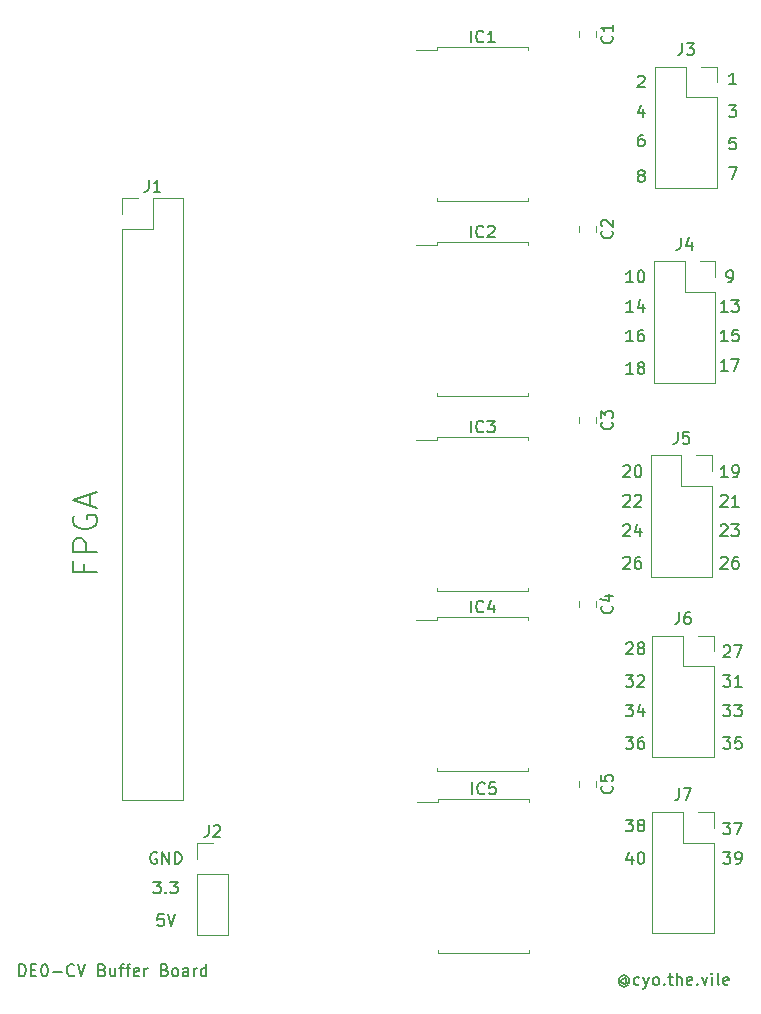
<source format=gbr>
%TF.GenerationSoftware,KiCad,Pcbnew,(5.1.9)-1*%
%TF.CreationDate,2021-03-22T20:32:08-05:00*%
%TF.ProjectId,Buffer board,42756666-6572-4206-926f-6172642e6b69,rev?*%
%TF.SameCoordinates,Original*%
%TF.FileFunction,Legend,Top*%
%TF.FilePolarity,Positive*%
%FSLAX46Y46*%
G04 Gerber Fmt 4.6, Leading zero omitted, Abs format (unit mm)*
G04 Created by KiCad (PCBNEW (5.1.9)-1) date 2021-03-22 20:32:08*
%MOMM*%
%LPD*%
G01*
G04 APERTURE LIST*
%ADD10C,0.150000*%
%ADD11C,0.120000*%
G04 APERTURE END LIST*
D10*
X127750000Y-154976190D02*
X127702380Y-154928571D01*
X127607142Y-154880952D01*
X127511904Y-154880952D01*
X127416666Y-154928571D01*
X127369047Y-154976190D01*
X127321428Y-155071428D01*
X127321428Y-155166666D01*
X127369047Y-155261904D01*
X127416666Y-155309523D01*
X127511904Y-155357142D01*
X127607142Y-155357142D01*
X127702380Y-155309523D01*
X127750000Y-155261904D01*
X127750000Y-154880952D02*
X127750000Y-155261904D01*
X127797619Y-155309523D01*
X127845238Y-155309523D01*
X127940476Y-155261904D01*
X127988095Y-155166666D01*
X127988095Y-154928571D01*
X127892857Y-154785714D01*
X127750000Y-154690476D01*
X127559523Y-154642857D01*
X127369047Y-154690476D01*
X127226190Y-154785714D01*
X127130952Y-154928571D01*
X127083333Y-155119047D01*
X127130952Y-155309523D01*
X127226190Y-155452380D01*
X127369047Y-155547619D01*
X127559523Y-155595238D01*
X127750000Y-155547619D01*
X127892857Y-155452380D01*
X128845238Y-155404761D02*
X128750000Y-155452380D01*
X128559523Y-155452380D01*
X128464285Y-155404761D01*
X128416666Y-155357142D01*
X128369047Y-155261904D01*
X128369047Y-154976190D01*
X128416666Y-154880952D01*
X128464285Y-154833333D01*
X128559523Y-154785714D01*
X128750000Y-154785714D01*
X128845238Y-154833333D01*
X129178571Y-154785714D02*
X129416666Y-155452380D01*
X129654761Y-154785714D02*
X129416666Y-155452380D01*
X129321428Y-155690476D01*
X129273809Y-155738095D01*
X129178571Y-155785714D01*
X130178571Y-155452380D02*
X130083333Y-155404761D01*
X130035714Y-155357142D01*
X129988095Y-155261904D01*
X129988095Y-154976190D01*
X130035714Y-154880952D01*
X130083333Y-154833333D01*
X130178571Y-154785714D01*
X130321428Y-154785714D01*
X130416666Y-154833333D01*
X130464285Y-154880952D01*
X130511904Y-154976190D01*
X130511904Y-155261904D01*
X130464285Y-155357142D01*
X130416666Y-155404761D01*
X130321428Y-155452380D01*
X130178571Y-155452380D01*
X130940476Y-155357142D02*
X130988095Y-155404761D01*
X130940476Y-155452380D01*
X130892857Y-155404761D01*
X130940476Y-155357142D01*
X130940476Y-155452380D01*
X131273809Y-154785714D02*
X131654761Y-154785714D01*
X131416666Y-154452380D02*
X131416666Y-155309523D01*
X131464285Y-155404761D01*
X131559523Y-155452380D01*
X131654761Y-155452380D01*
X131988095Y-155452380D02*
X131988095Y-154452380D01*
X132416666Y-155452380D02*
X132416666Y-154928571D01*
X132369047Y-154833333D01*
X132273809Y-154785714D01*
X132130952Y-154785714D01*
X132035714Y-154833333D01*
X131988095Y-154880952D01*
X133273809Y-155404761D02*
X133178571Y-155452380D01*
X132988095Y-155452380D01*
X132892857Y-155404761D01*
X132845238Y-155309523D01*
X132845238Y-154928571D01*
X132892857Y-154833333D01*
X132988095Y-154785714D01*
X133178571Y-154785714D01*
X133273809Y-154833333D01*
X133321428Y-154928571D01*
X133321428Y-155023809D01*
X132845238Y-155119047D01*
X133750000Y-155357142D02*
X133797619Y-155404761D01*
X133750000Y-155452380D01*
X133702380Y-155404761D01*
X133750000Y-155357142D01*
X133750000Y-155452380D01*
X134130952Y-154785714D02*
X134369047Y-155452380D01*
X134607142Y-154785714D01*
X134988095Y-155452380D02*
X134988095Y-154785714D01*
X134988095Y-154452380D02*
X134940476Y-154500000D01*
X134988095Y-154547619D01*
X135035714Y-154500000D01*
X134988095Y-154452380D01*
X134988095Y-154547619D01*
X135607142Y-155452380D02*
X135511904Y-155404761D01*
X135464285Y-155309523D01*
X135464285Y-154452380D01*
X136369047Y-155404761D02*
X136273809Y-155452380D01*
X136083333Y-155452380D01*
X135988095Y-155404761D01*
X135940476Y-155309523D01*
X135940476Y-154928571D01*
X135988095Y-154833333D01*
X136083333Y-154785714D01*
X136273809Y-154785714D01*
X136369047Y-154833333D01*
X136416666Y-154928571D01*
X136416666Y-155023809D01*
X135940476Y-155119047D01*
X76321428Y-154702380D02*
X76321428Y-153702380D01*
X76559523Y-153702380D01*
X76702380Y-153750000D01*
X76797619Y-153845238D01*
X76845238Y-153940476D01*
X76892857Y-154130952D01*
X76892857Y-154273809D01*
X76845238Y-154464285D01*
X76797619Y-154559523D01*
X76702380Y-154654761D01*
X76559523Y-154702380D01*
X76321428Y-154702380D01*
X77321428Y-154178571D02*
X77654761Y-154178571D01*
X77797619Y-154702380D02*
X77321428Y-154702380D01*
X77321428Y-153702380D01*
X77797619Y-153702380D01*
X78416666Y-153702380D02*
X78511904Y-153702380D01*
X78607142Y-153750000D01*
X78654761Y-153797619D01*
X78702380Y-153892857D01*
X78750000Y-154083333D01*
X78750000Y-154321428D01*
X78702380Y-154511904D01*
X78654761Y-154607142D01*
X78607142Y-154654761D01*
X78511904Y-154702380D01*
X78416666Y-154702380D01*
X78321428Y-154654761D01*
X78273809Y-154607142D01*
X78226190Y-154511904D01*
X78178571Y-154321428D01*
X78178571Y-154083333D01*
X78226190Y-153892857D01*
X78273809Y-153797619D01*
X78321428Y-153750000D01*
X78416666Y-153702380D01*
X79178571Y-154321428D02*
X79940476Y-154321428D01*
X80988095Y-154607142D02*
X80940476Y-154654761D01*
X80797619Y-154702380D01*
X80702380Y-154702380D01*
X80559523Y-154654761D01*
X80464285Y-154559523D01*
X80416666Y-154464285D01*
X80369047Y-154273809D01*
X80369047Y-154130952D01*
X80416666Y-153940476D01*
X80464285Y-153845238D01*
X80559523Y-153750000D01*
X80702380Y-153702380D01*
X80797619Y-153702380D01*
X80940476Y-153750000D01*
X80988095Y-153797619D01*
X81273809Y-153702380D02*
X81607142Y-154702380D01*
X81940476Y-153702380D01*
X83369047Y-154178571D02*
X83511904Y-154226190D01*
X83559523Y-154273809D01*
X83607142Y-154369047D01*
X83607142Y-154511904D01*
X83559523Y-154607142D01*
X83511904Y-154654761D01*
X83416666Y-154702380D01*
X83035714Y-154702380D01*
X83035714Y-153702380D01*
X83369047Y-153702380D01*
X83464285Y-153750000D01*
X83511904Y-153797619D01*
X83559523Y-153892857D01*
X83559523Y-153988095D01*
X83511904Y-154083333D01*
X83464285Y-154130952D01*
X83369047Y-154178571D01*
X83035714Y-154178571D01*
X84464285Y-154035714D02*
X84464285Y-154702380D01*
X84035714Y-154035714D02*
X84035714Y-154559523D01*
X84083333Y-154654761D01*
X84178571Y-154702380D01*
X84321428Y-154702380D01*
X84416666Y-154654761D01*
X84464285Y-154607142D01*
X84797619Y-154035714D02*
X85178571Y-154035714D01*
X84940476Y-154702380D02*
X84940476Y-153845238D01*
X84988095Y-153750000D01*
X85083333Y-153702380D01*
X85178571Y-153702380D01*
X85369047Y-154035714D02*
X85750000Y-154035714D01*
X85511904Y-154702380D02*
X85511904Y-153845238D01*
X85559523Y-153750000D01*
X85654761Y-153702380D01*
X85750000Y-153702380D01*
X86464285Y-154654761D02*
X86369047Y-154702380D01*
X86178571Y-154702380D01*
X86083333Y-154654761D01*
X86035714Y-154559523D01*
X86035714Y-154178571D01*
X86083333Y-154083333D01*
X86178571Y-154035714D01*
X86369047Y-154035714D01*
X86464285Y-154083333D01*
X86511904Y-154178571D01*
X86511904Y-154273809D01*
X86035714Y-154369047D01*
X86940476Y-154702380D02*
X86940476Y-154035714D01*
X86940476Y-154226190D02*
X86988095Y-154130952D01*
X87035714Y-154083333D01*
X87130952Y-154035714D01*
X87226190Y-154035714D01*
X88654761Y-154178571D02*
X88797619Y-154226190D01*
X88845238Y-154273809D01*
X88892857Y-154369047D01*
X88892857Y-154511904D01*
X88845238Y-154607142D01*
X88797619Y-154654761D01*
X88702380Y-154702380D01*
X88321428Y-154702380D01*
X88321428Y-153702380D01*
X88654761Y-153702380D01*
X88750000Y-153750000D01*
X88797619Y-153797619D01*
X88845238Y-153892857D01*
X88845238Y-153988095D01*
X88797619Y-154083333D01*
X88750000Y-154130952D01*
X88654761Y-154178571D01*
X88321428Y-154178571D01*
X89464285Y-154702380D02*
X89369047Y-154654761D01*
X89321428Y-154607142D01*
X89273809Y-154511904D01*
X89273809Y-154226190D01*
X89321428Y-154130952D01*
X89369047Y-154083333D01*
X89464285Y-154035714D01*
X89607142Y-154035714D01*
X89702380Y-154083333D01*
X89750000Y-154130952D01*
X89797619Y-154226190D01*
X89797619Y-154511904D01*
X89750000Y-154607142D01*
X89702380Y-154654761D01*
X89607142Y-154702380D01*
X89464285Y-154702380D01*
X90654761Y-154702380D02*
X90654761Y-154178571D01*
X90607142Y-154083333D01*
X90511904Y-154035714D01*
X90321428Y-154035714D01*
X90226190Y-154083333D01*
X90654761Y-154654761D02*
X90559523Y-154702380D01*
X90321428Y-154702380D01*
X90226190Y-154654761D01*
X90178571Y-154559523D01*
X90178571Y-154464285D01*
X90226190Y-154369047D01*
X90321428Y-154321428D01*
X90559523Y-154321428D01*
X90654761Y-154273809D01*
X91130952Y-154702380D02*
X91130952Y-154035714D01*
X91130952Y-154226190D02*
X91178571Y-154130952D01*
X91226190Y-154083333D01*
X91321428Y-154035714D01*
X91416666Y-154035714D01*
X92178571Y-154702380D02*
X92178571Y-153702380D01*
X92178571Y-154654761D02*
X92083333Y-154702380D01*
X91892857Y-154702380D01*
X91797619Y-154654761D01*
X91750000Y-154607142D01*
X91702380Y-154511904D01*
X91702380Y-154226190D01*
X91750000Y-154130952D01*
X91797619Y-154083333D01*
X91892857Y-154035714D01*
X92083333Y-154035714D01*
X92178571Y-154083333D01*
X127690476Y-131702380D02*
X128309523Y-131702380D01*
X127976190Y-132083333D01*
X128119047Y-132083333D01*
X128214285Y-132130952D01*
X128261904Y-132178571D01*
X128309523Y-132273809D01*
X128309523Y-132511904D01*
X128261904Y-132607142D01*
X128214285Y-132654761D01*
X128119047Y-132702380D01*
X127833333Y-132702380D01*
X127738095Y-132654761D01*
X127690476Y-132607142D01*
X129166666Y-132035714D02*
X129166666Y-132702380D01*
X128928571Y-131654761D02*
X128690476Y-132369047D01*
X129309523Y-132369047D01*
X135940476Y-131702380D02*
X136559523Y-131702380D01*
X136226190Y-132083333D01*
X136369047Y-132083333D01*
X136464285Y-132130952D01*
X136511904Y-132178571D01*
X136559523Y-132273809D01*
X136559523Y-132511904D01*
X136511904Y-132607142D01*
X136464285Y-132654761D01*
X136369047Y-132702380D01*
X136083333Y-132702380D01*
X135988095Y-132654761D01*
X135940476Y-132607142D01*
X136892857Y-131702380D02*
X137511904Y-131702380D01*
X137178571Y-132083333D01*
X137321428Y-132083333D01*
X137416666Y-132130952D01*
X137464285Y-132178571D01*
X137511904Y-132273809D01*
X137511904Y-132511904D01*
X137464285Y-132607142D01*
X137416666Y-132654761D01*
X137321428Y-132702380D01*
X137035714Y-132702380D01*
X136940476Y-132654761D01*
X136892857Y-132607142D01*
X135940476Y-129202380D02*
X136559523Y-129202380D01*
X136226190Y-129583333D01*
X136369047Y-129583333D01*
X136464285Y-129630952D01*
X136511904Y-129678571D01*
X136559523Y-129773809D01*
X136559523Y-130011904D01*
X136511904Y-130107142D01*
X136464285Y-130154761D01*
X136369047Y-130202380D01*
X136083333Y-130202380D01*
X135988095Y-130154761D01*
X135940476Y-130107142D01*
X137511904Y-130202380D02*
X136940476Y-130202380D01*
X137226190Y-130202380D02*
X137226190Y-129202380D01*
X137130952Y-129345238D01*
X137035714Y-129440476D01*
X136940476Y-129488095D01*
X127690476Y-129202380D02*
X128309523Y-129202380D01*
X127976190Y-129583333D01*
X128119047Y-129583333D01*
X128214285Y-129630952D01*
X128261904Y-129678571D01*
X128309523Y-129773809D01*
X128309523Y-130011904D01*
X128261904Y-130107142D01*
X128214285Y-130154761D01*
X128119047Y-130202380D01*
X127833333Y-130202380D01*
X127738095Y-130154761D01*
X127690476Y-130107142D01*
X128690476Y-129297619D02*
X128738095Y-129250000D01*
X128833333Y-129202380D01*
X129071428Y-129202380D01*
X129166666Y-129250000D01*
X129214285Y-129297619D01*
X129261904Y-129392857D01*
X129261904Y-129488095D01*
X129214285Y-129630952D01*
X128642857Y-130202380D01*
X129261904Y-130202380D01*
X135738095Y-116547619D02*
X135785714Y-116500000D01*
X135880952Y-116452380D01*
X136119047Y-116452380D01*
X136214285Y-116500000D01*
X136261904Y-116547619D01*
X136309523Y-116642857D01*
X136309523Y-116738095D01*
X136261904Y-116880952D01*
X135690476Y-117452380D01*
X136309523Y-117452380D01*
X136642857Y-116452380D02*
X137261904Y-116452380D01*
X136928571Y-116833333D01*
X137071428Y-116833333D01*
X137166666Y-116880952D01*
X137214285Y-116928571D01*
X137261904Y-117023809D01*
X137261904Y-117261904D01*
X137214285Y-117357142D01*
X137166666Y-117404761D01*
X137071428Y-117452380D01*
X136785714Y-117452380D01*
X136690476Y-117404761D01*
X136642857Y-117357142D01*
X135738095Y-114047619D02*
X135785714Y-114000000D01*
X135880952Y-113952380D01*
X136119047Y-113952380D01*
X136214285Y-114000000D01*
X136261904Y-114047619D01*
X136309523Y-114142857D01*
X136309523Y-114238095D01*
X136261904Y-114380952D01*
X135690476Y-114952380D01*
X136309523Y-114952380D01*
X137261904Y-114952380D02*
X136690476Y-114952380D01*
X136976190Y-114952380D02*
X136976190Y-113952380D01*
X136880952Y-114095238D01*
X136785714Y-114190476D01*
X136690476Y-114238095D01*
X127488095Y-119297619D02*
X127535714Y-119250000D01*
X127630952Y-119202380D01*
X127869047Y-119202380D01*
X127964285Y-119250000D01*
X128011904Y-119297619D01*
X128059523Y-119392857D01*
X128059523Y-119488095D01*
X128011904Y-119630952D01*
X127440476Y-120202380D01*
X128059523Y-120202380D01*
X128916666Y-119202380D02*
X128726190Y-119202380D01*
X128630952Y-119250000D01*
X128583333Y-119297619D01*
X128488095Y-119440476D01*
X128440476Y-119630952D01*
X128440476Y-120011904D01*
X128488095Y-120107142D01*
X128535714Y-120154761D01*
X128630952Y-120202380D01*
X128821428Y-120202380D01*
X128916666Y-120154761D01*
X128964285Y-120107142D01*
X129011904Y-120011904D01*
X129011904Y-119773809D01*
X128964285Y-119678571D01*
X128916666Y-119630952D01*
X128821428Y-119583333D01*
X128630952Y-119583333D01*
X128535714Y-119630952D01*
X128488095Y-119678571D01*
X128440476Y-119773809D01*
X127488095Y-116547619D02*
X127535714Y-116500000D01*
X127630952Y-116452380D01*
X127869047Y-116452380D01*
X127964285Y-116500000D01*
X128011904Y-116547619D01*
X128059523Y-116642857D01*
X128059523Y-116738095D01*
X128011904Y-116880952D01*
X127440476Y-117452380D01*
X128059523Y-117452380D01*
X128916666Y-116785714D02*
X128916666Y-117452380D01*
X128678571Y-116404761D02*
X128440476Y-117119047D01*
X129059523Y-117119047D01*
X127488095Y-114047619D02*
X127535714Y-114000000D01*
X127630952Y-113952380D01*
X127869047Y-113952380D01*
X127964285Y-114000000D01*
X128011904Y-114047619D01*
X128059523Y-114142857D01*
X128059523Y-114238095D01*
X128011904Y-114380952D01*
X127440476Y-114952380D01*
X128059523Y-114952380D01*
X128440476Y-114047619D02*
X128488095Y-114000000D01*
X128583333Y-113952380D01*
X128821428Y-113952380D01*
X128916666Y-114000000D01*
X128964285Y-114047619D01*
X129011904Y-114142857D01*
X129011904Y-114238095D01*
X128964285Y-114380952D01*
X128392857Y-114952380D01*
X129011904Y-114952380D01*
X127488095Y-111547619D02*
X127535714Y-111500000D01*
X127630952Y-111452380D01*
X127869047Y-111452380D01*
X127964285Y-111500000D01*
X128011904Y-111547619D01*
X128059523Y-111642857D01*
X128059523Y-111738095D01*
X128011904Y-111880952D01*
X127440476Y-112452380D01*
X128059523Y-112452380D01*
X128678571Y-111452380D02*
X128773809Y-111452380D01*
X128869047Y-111500000D01*
X128916666Y-111547619D01*
X128964285Y-111642857D01*
X129011904Y-111833333D01*
X129011904Y-112071428D01*
X128964285Y-112261904D01*
X128916666Y-112357142D01*
X128869047Y-112404761D01*
X128773809Y-112452380D01*
X128678571Y-112452380D01*
X128583333Y-112404761D01*
X128535714Y-112357142D01*
X128488095Y-112261904D01*
X128440476Y-112071428D01*
X128440476Y-111833333D01*
X128488095Y-111642857D01*
X128535714Y-111547619D01*
X128583333Y-111500000D01*
X128678571Y-111452380D01*
X136309523Y-103452380D02*
X135738095Y-103452380D01*
X136023809Y-103452380D02*
X136023809Y-102452380D01*
X135928571Y-102595238D01*
X135833333Y-102690476D01*
X135738095Y-102738095D01*
X136642857Y-102452380D02*
X137309523Y-102452380D01*
X136880952Y-103452380D01*
X136309523Y-100952380D02*
X135738095Y-100952380D01*
X136023809Y-100952380D02*
X136023809Y-99952380D01*
X135928571Y-100095238D01*
X135833333Y-100190476D01*
X135738095Y-100238095D01*
X137214285Y-99952380D02*
X136738095Y-99952380D01*
X136690476Y-100428571D01*
X136738095Y-100380952D01*
X136833333Y-100333333D01*
X137071428Y-100333333D01*
X137166666Y-100380952D01*
X137214285Y-100428571D01*
X137261904Y-100523809D01*
X137261904Y-100761904D01*
X137214285Y-100857142D01*
X137166666Y-100904761D01*
X137071428Y-100952380D01*
X136833333Y-100952380D01*
X136738095Y-100904761D01*
X136690476Y-100857142D01*
X136309523Y-98452380D02*
X135738095Y-98452380D01*
X136023809Y-98452380D02*
X136023809Y-97452380D01*
X135928571Y-97595238D01*
X135833333Y-97690476D01*
X135738095Y-97738095D01*
X136642857Y-97452380D02*
X137261904Y-97452380D01*
X136928571Y-97833333D01*
X137071428Y-97833333D01*
X137166666Y-97880952D01*
X137214285Y-97928571D01*
X137261904Y-98023809D01*
X137261904Y-98261904D01*
X137214285Y-98357142D01*
X137166666Y-98404761D01*
X137071428Y-98452380D01*
X136785714Y-98452380D01*
X136690476Y-98404761D01*
X136642857Y-98357142D01*
X128309523Y-100952380D02*
X127738095Y-100952380D01*
X128023809Y-100952380D02*
X128023809Y-99952380D01*
X127928571Y-100095238D01*
X127833333Y-100190476D01*
X127738095Y-100238095D01*
X129166666Y-99952380D02*
X128976190Y-99952380D01*
X128880952Y-100000000D01*
X128833333Y-100047619D01*
X128738095Y-100190476D01*
X128690476Y-100380952D01*
X128690476Y-100761904D01*
X128738095Y-100857142D01*
X128785714Y-100904761D01*
X128880952Y-100952380D01*
X129071428Y-100952380D01*
X129166666Y-100904761D01*
X129214285Y-100857142D01*
X129261904Y-100761904D01*
X129261904Y-100523809D01*
X129214285Y-100428571D01*
X129166666Y-100380952D01*
X129071428Y-100333333D01*
X128880952Y-100333333D01*
X128785714Y-100380952D01*
X128738095Y-100428571D01*
X128690476Y-100523809D01*
X128309523Y-98452380D02*
X127738095Y-98452380D01*
X128023809Y-98452380D02*
X128023809Y-97452380D01*
X127928571Y-97595238D01*
X127833333Y-97690476D01*
X127738095Y-97738095D01*
X129166666Y-97785714D02*
X129166666Y-98452380D01*
X128928571Y-97404761D02*
X128690476Y-98119047D01*
X129309523Y-98119047D01*
X136988095Y-83702380D02*
X136511904Y-83702380D01*
X136464285Y-84178571D01*
X136511904Y-84130952D01*
X136607142Y-84083333D01*
X136845238Y-84083333D01*
X136940476Y-84130952D01*
X136988095Y-84178571D01*
X137035714Y-84273809D01*
X137035714Y-84511904D01*
X136988095Y-84607142D01*
X136940476Y-84654761D01*
X136845238Y-84702380D01*
X136607142Y-84702380D01*
X136511904Y-84654761D01*
X136464285Y-84607142D01*
X129190476Y-83452380D02*
X129000000Y-83452380D01*
X128904761Y-83500000D01*
X128857142Y-83547619D01*
X128761904Y-83690476D01*
X128714285Y-83880952D01*
X128714285Y-84261904D01*
X128761904Y-84357142D01*
X128809523Y-84404761D01*
X128904761Y-84452380D01*
X129095238Y-84452380D01*
X129190476Y-84404761D01*
X129238095Y-84357142D01*
X129285714Y-84261904D01*
X129285714Y-84023809D01*
X129238095Y-83928571D01*
X129190476Y-83880952D01*
X129095238Y-83833333D01*
X128904761Y-83833333D01*
X128809523Y-83880952D01*
X128761904Y-83928571D01*
X128714285Y-84023809D01*
X136416666Y-80952380D02*
X137035714Y-80952380D01*
X136702380Y-81333333D01*
X136845238Y-81333333D01*
X136940476Y-81380952D01*
X136988095Y-81428571D01*
X137035714Y-81523809D01*
X137035714Y-81761904D01*
X136988095Y-81857142D01*
X136940476Y-81904761D01*
X136845238Y-81952380D01*
X136559523Y-81952380D01*
X136464285Y-81904761D01*
X136416666Y-81857142D01*
X129190476Y-81285714D02*
X129190476Y-81952380D01*
X128952380Y-80904761D02*
X128714285Y-81619047D01*
X129333333Y-81619047D01*
X135940476Y-134452380D02*
X136559523Y-134452380D01*
X136226190Y-134833333D01*
X136369047Y-134833333D01*
X136464285Y-134880952D01*
X136511904Y-134928571D01*
X136559523Y-135023809D01*
X136559523Y-135261904D01*
X136511904Y-135357142D01*
X136464285Y-135404761D01*
X136369047Y-135452380D01*
X136083333Y-135452380D01*
X135988095Y-135404761D01*
X135940476Y-135357142D01*
X137464285Y-134452380D02*
X136988095Y-134452380D01*
X136940476Y-134928571D01*
X136988095Y-134880952D01*
X137083333Y-134833333D01*
X137321428Y-134833333D01*
X137416666Y-134880952D01*
X137464285Y-134928571D01*
X137511904Y-135023809D01*
X137511904Y-135261904D01*
X137464285Y-135357142D01*
X137416666Y-135404761D01*
X137321428Y-135452380D01*
X137083333Y-135452380D01*
X136988095Y-135404761D01*
X136940476Y-135357142D01*
X127738095Y-126547619D02*
X127785714Y-126500000D01*
X127880952Y-126452380D01*
X128119047Y-126452380D01*
X128214285Y-126500000D01*
X128261904Y-126547619D01*
X128309523Y-126642857D01*
X128309523Y-126738095D01*
X128261904Y-126880952D01*
X127690476Y-127452380D01*
X128309523Y-127452380D01*
X128880952Y-126880952D02*
X128785714Y-126833333D01*
X128738095Y-126785714D01*
X128690476Y-126690476D01*
X128690476Y-126642857D01*
X128738095Y-126547619D01*
X128785714Y-126500000D01*
X128880952Y-126452380D01*
X129071428Y-126452380D01*
X129166666Y-126500000D01*
X129214285Y-126547619D01*
X129261904Y-126642857D01*
X129261904Y-126690476D01*
X129214285Y-126785714D01*
X129166666Y-126833333D01*
X129071428Y-126880952D01*
X128880952Y-126880952D01*
X128785714Y-126928571D01*
X128738095Y-126976190D01*
X128690476Y-127071428D01*
X128690476Y-127261904D01*
X128738095Y-127357142D01*
X128785714Y-127404761D01*
X128880952Y-127452380D01*
X129071428Y-127452380D01*
X129166666Y-127404761D01*
X129214285Y-127357142D01*
X129261904Y-127261904D01*
X129261904Y-127071428D01*
X129214285Y-126976190D01*
X129166666Y-126928571D01*
X129071428Y-126880952D01*
X135988095Y-126797619D02*
X136035714Y-126750000D01*
X136130952Y-126702380D01*
X136369047Y-126702380D01*
X136464285Y-126750000D01*
X136511904Y-126797619D01*
X136559523Y-126892857D01*
X136559523Y-126988095D01*
X136511904Y-127130952D01*
X135940476Y-127702380D01*
X136559523Y-127702380D01*
X136892857Y-126702380D02*
X137559523Y-126702380D01*
X137130952Y-127702380D01*
X88559523Y-149452380D02*
X88083333Y-149452380D01*
X88035714Y-149928571D01*
X88083333Y-149880952D01*
X88178571Y-149833333D01*
X88416666Y-149833333D01*
X88511904Y-149880952D01*
X88559523Y-149928571D01*
X88607142Y-150023809D01*
X88607142Y-150261904D01*
X88559523Y-150357142D01*
X88511904Y-150404761D01*
X88416666Y-150452380D01*
X88178571Y-150452380D01*
X88083333Y-150404761D01*
X88035714Y-150357142D01*
X88892857Y-149452380D02*
X89226190Y-150452380D01*
X89559523Y-149452380D01*
X87702380Y-146702380D02*
X88321428Y-146702380D01*
X87988095Y-147083333D01*
X88130952Y-147083333D01*
X88226190Y-147130952D01*
X88273809Y-147178571D01*
X88321428Y-147273809D01*
X88321428Y-147511904D01*
X88273809Y-147607142D01*
X88226190Y-147654761D01*
X88130952Y-147702380D01*
X87845238Y-147702380D01*
X87750000Y-147654761D01*
X87702380Y-147607142D01*
X88750000Y-147607142D02*
X88797619Y-147654761D01*
X88750000Y-147702380D01*
X88702380Y-147654761D01*
X88750000Y-147607142D01*
X88750000Y-147702380D01*
X89130952Y-146702380D02*
X89750000Y-146702380D01*
X89416666Y-147083333D01*
X89559523Y-147083333D01*
X89654761Y-147130952D01*
X89702380Y-147178571D01*
X89750000Y-147273809D01*
X89750000Y-147511904D01*
X89702380Y-147607142D01*
X89654761Y-147654761D01*
X89559523Y-147702380D01*
X89273809Y-147702380D01*
X89178571Y-147654761D01*
X89130952Y-147607142D01*
X87988095Y-144250000D02*
X87892857Y-144202380D01*
X87750000Y-144202380D01*
X87607142Y-144250000D01*
X87511904Y-144345238D01*
X87464285Y-144440476D01*
X87416666Y-144630952D01*
X87416666Y-144773809D01*
X87464285Y-144964285D01*
X87511904Y-145059523D01*
X87607142Y-145154761D01*
X87750000Y-145202380D01*
X87845238Y-145202380D01*
X87988095Y-145154761D01*
X88035714Y-145107142D01*
X88035714Y-144773809D01*
X87845238Y-144773809D01*
X88464285Y-145202380D02*
X88464285Y-144202380D01*
X89035714Y-145202380D01*
X89035714Y-144202380D01*
X89511904Y-145202380D02*
X89511904Y-144202380D01*
X89750000Y-144202380D01*
X89892857Y-144250000D01*
X89988095Y-144345238D01*
X90035714Y-144440476D01*
X90083333Y-144630952D01*
X90083333Y-144773809D01*
X90035714Y-144964285D01*
X89988095Y-145059523D01*
X89892857Y-145154761D01*
X89750000Y-145202380D01*
X89511904Y-145202380D01*
X128214285Y-144535714D02*
X128214285Y-145202380D01*
X127976190Y-144154761D02*
X127738095Y-144869047D01*
X128357142Y-144869047D01*
X128928571Y-144202380D02*
X129023809Y-144202380D01*
X129119047Y-144250000D01*
X129166666Y-144297619D01*
X129214285Y-144392857D01*
X129261904Y-144583333D01*
X129261904Y-144821428D01*
X129214285Y-145011904D01*
X129166666Y-145107142D01*
X129119047Y-145154761D01*
X129023809Y-145202380D01*
X128928571Y-145202380D01*
X128833333Y-145154761D01*
X128785714Y-145107142D01*
X128738095Y-145011904D01*
X128690476Y-144821428D01*
X128690476Y-144583333D01*
X128738095Y-144392857D01*
X128785714Y-144297619D01*
X128833333Y-144250000D01*
X128928571Y-144202380D01*
X127690476Y-141452380D02*
X128309523Y-141452380D01*
X127976190Y-141833333D01*
X128119047Y-141833333D01*
X128214285Y-141880952D01*
X128261904Y-141928571D01*
X128309523Y-142023809D01*
X128309523Y-142261904D01*
X128261904Y-142357142D01*
X128214285Y-142404761D01*
X128119047Y-142452380D01*
X127833333Y-142452380D01*
X127738095Y-142404761D01*
X127690476Y-142357142D01*
X128880952Y-141880952D02*
X128785714Y-141833333D01*
X128738095Y-141785714D01*
X128690476Y-141690476D01*
X128690476Y-141642857D01*
X128738095Y-141547619D01*
X128785714Y-141500000D01*
X128880952Y-141452380D01*
X129071428Y-141452380D01*
X129166666Y-141500000D01*
X129214285Y-141547619D01*
X129261904Y-141642857D01*
X129261904Y-141690476D01*
X129214285Y-141785714D01*
X129166666Y-141833333D01*
X129071428Y-141880952D01*
X128880952Y-141880952D01*
X128785714Y-141928571D01*
X128738095Y-141976190D01*
X128690476Y-142071428D01*
X128690476Y-142261904D01*
X128738095Y-142357142D01*
X128785714Y-142404761D01*
X128880952Y-142452380D01*
X129071428Y-142452380D01*
X129166666Y-142404761D01*
X129214285Y-142357142D01*
X129261904Y-142261904D01*
X129261904Y-142071428D01*
X129214285Y-141976190D01*
X129166666Y-141928571D01*
X129071428Y-141880952D01*
X128309523Y-95952380D02*
X127738095Y-95952380D01*
X128023809Y-95952380D02*
X128023809Y-94952380D01*
X127928571Y-95095238D01*
X127833333Y-95190476D01*
X127738095Y-95238095D01*
X128928571Y-94952380D02*
X129023809Y-94952380D01*
X129119047Y-95000000D01*
X129166666Y-95047619D01*
X129214285Y-95142857D01*
X129261904Y-95333333D01*
X129261904Y-95571428D01*
X129214285Y-95761904D01*
X129166666Y-95857142D01*
X129119047Y-95904761D01*
X129023809Y-95952380D01*
X128928571Y-95952380D01*
X128833333Y-95904761D01*
X128785714Y-95857142D01*
X128738095Y-95761904D01*
X128690476Y-95571428D01*
X128690476Y-95333333D01*
X128738095Y-95142857D01*
X128785714Y-95047619D01*
X128833333Y-95000000D01*
X128928571Y-94952380D01*
X128904761Y-86880952D02*
X128809523Y-86833333D01*
X128761904Y-86785714D01*
X128714285Y-86690476D01*
X128714285Y-86642857D01*
X128761904Y-86547619D01*
X128809523Y-86500000D01*
X128904761Y-86452380D01*
X129095238Y-86452380D01*
X129190476Y-86500000D01*
X129238095Y-86547619D01*
X129285714Y-86642857D01*
X129285714Y-86690476D01*
X129238095Y-86785714D01*
X129190476Y-86833333D01*
X129095238Y-86880952D01*
X128904761Y-86880952D01*
X128809523Y-86928571D01*
X128761904Y-86976190D01*
X128714285Y-87071428D01*
X128714285Y-87261904D01*
X128761904Y-87357142D01*
X128809523Y-87404761D01*
X128904761Y-87452380D01*
X129095238Y-87452380D01*
X129190476Y-87404761D01*
X129238095Y-87357142D01*
X129285714Y-87261904D01*
X129285714Y-87071428D01*
X129238095Y-86976190D01*
X129190476Y-86928571D01*
X129095238Y-86880952D01*
X128714285Y-78547619D02*
X128761904Y-78500000D01*
X128857142Y-78452380D01*
X129095238Y-78452380D01*
X129190476Y-78500000D01*
X129238095Y-78547619D01*
X129285714Y-78642857D01*
X129285714Y-78738095D01*
X129238095Y-78880952D01*
X128666666Y-79452380D01*
X129285714Y-79452380D01*
X135940476Y-144202380D02*
X136559523Y-144202380D01*
X136226190Y-144583333D01*
X136369047Y-144583333D01*
X136464285Y-144630952D01*
X136511904Y-144678571D01*
X136559523Y-144773809D01*
X136559523Y-145011904D01*
X136511904Y-145107142D01*
X136464285Y-145154761D01*
X136369047Y-145202380D01*
X136083333Y-145202380D01*
X135988095Y-145154761D01*
X135940476Y-145107142D01*
X137035714Y-145202380D02*
X137226190Y-145202380D01*
X137321428Y-145154761D01*
X137369047Y-145107142D01*
X137464285Y-144964285D01*
X137511904Y-144773809D01*
X137511904Y-144392857D01*
X137464285Y-144297619D01*
X137416666Y-144250000D01*
X137321428Y-144202380D01*
X137130952Y-144202380D01*
X137035714Y-144250000D01*
X136988095Y-144297619D01*
X136940476Y-144392857D01*
X136940476Y-144630952D01*
X136988095Y-144726190D01*
X137035714Y-144773809D01*
X137130952Y-144821428D01*
X137321428Y-144821428D01*
X137416666Y-144773809D01*
X137464285Y-144726190D01*
X137511904Y-144630952D01*
X135940476Y-141702380D02*
X136559523Y-141702380D01*
X136226190Y-142083333D01*
X136369047Y-142083333D01*
X136464285Y-142130952D01*
X136511904Y-142178571D01*
X136559523Y-142273809D01*
X136559523Y-142511904D01*
X136511904Y-142607142D01*
X136464285Y-142654761D01*
X136369047Y-142702380D01*
X136083333Y-142702380D01*
X135988095Y-142654761D01*
X135940476Y-142607142D01*
X136892857Y-141702380D02*
X137559523Y-141702380D01*
X137130952Y-142702380D01*
X127690476Y-134452380D02*
X128309523Y-134452380D01*
X127976190Y-134833333D01*
X128119047Y-134833333D01*
X128214285Y-134880952D01*
X128261904Y-134928571D01*
X128309523Y-135023809D01*
X128309523Y-135261904D01*
X128261904Y-135357142D01*
X128214285Y-135404761D01*
X128119047Y-135452380D01*
X127833333Y-135452380D01*
X127738095Y-135404761D01*
X127690476Y-135357142D01*
X129166666Y-134452380D02*
X128976190Y-134452380D01*
X128880952Y-134500000D01*
X128833333Y-134547619D01*
X128738095Y-134690476D01*
X128690476Y-134880952D01*
X128690476Y-135261904D01*
X128738095Y-135357142D01*
X128785714Y-135404761D01*
X128880952Y-135452380D01*
X129071428Y-135452380D01*
X129166666Y-135404761D01*
X129214285Y-135357142D01*
X129261904Y-135261904D01*
X129261904Y-135023809D01*
X129214285Y-134928571D01*
X129166666Y-134880952D01*
X129071428Y-134833333D01*
X128880952Y-134833333D01*
X128785714Y-134880952D01*
X128738095Y-134928571D01*
X128690476Y-135023809D01*
X135738095Y-119297619D02*
X135785714Y-119250000D01*
X135880952Y-119202380D01*
X136119047Y-119202380D01*
X136214285Y-119250000D01*
X136261904Y-119297619D01*
X136309523Y-119392857D01*
X136309523Y-119488095D01*
X136261904Y-119630952D01*
X135690476Y-120202380D01*
X136309523Y-120202380D01*
X137166666Y-119202380D02*
X136976190Y-119202380D01*
X136880952Y-119250000D01*
X136833333Y-119297619D01*
X136738095Y-119440476D01*
X136690476Y-119630952D01*
X136690476Y-120011904D01*
X136738095Y-120107142D01*
X136785714Y-120154761D01*
X136880952Y-120202380D01*
X137071428Y-120202380D01*
X137166666Y-120154761D01*
X137214285Y-120107142D01*
X137261904Y-120011904D01*
X137261904Y-119773809D01*
X137214285Y-119678571D01*
X137166666Y-119630952D01*
X137071428Y-119583333D01*
X136880952Y-119583333D01*
X136785714Y-119630952D01*
X136738095Y-119678571D01*
X136690476Y-119773809D01*
X136309523Y-112452380D02*
X135738095Y-112452380D01*
X136023809Y-112452380D02*
X136023809Y-111452380D01*
X135928571Y-111595238D01*
X135833333Y-111690476D01*
X135738095Y-111738095D01*
X136785714Y-112452380D02*
X136976190Y-112452380D01*
X137071428Y-112404761D01*
X137119047Y-112357142D01*
X137214285Y-112214285D01*
X137261904Y-112023809D01*
X137261904Y-111642857D01*
X137214285Y-111547619D01*
X137166666Y-111500000D01*
X137071428Y-111452380D01*
X136880952Y-111452380D01*
X136785714Y-111500000D01*
X136738095Y-111547619D01*
X136690476Y-111642857D01*
X136690476Y-111880952D01*
X136738095Y-111976190D01*
X136785714Y-112023809D01*
X136880952Y-112071428D01*
X137071428Y-112071428D01*
X137166666Y-112023809D01*
X137214285Y-111976190D01*
X137261904Y-111880952D01*
X128309523Y-103702380D02*
X127738095Y-103702380D01*
X128023809Y-103702380D02*
X128023809Y-102702380D01*
X127928571Y-102845238D01*
X127833333Y-102940476D01*
X127738095Y-102988095D01*
X128880952Y-103130952D02*
X128785714Y-103083333D01*
X128738095Y-103035714D01*
X128690476Y-102940476D01*
X128690476Y-102892857D01*
X128738095Y-102797619D01*
X128785714Y-102750000D01*
X128880952Y-102702380D01*
X129071428Y-102702380D01*
X129166666Y-102750000D01*
X129214285Y-102797619D01*
X129261904Y-102892857D01*
X129261904Y-102940476D01*
X129214285Y-103035714D01*
X129166666Y-103083333D01*
X129071428Y-103130952D01*
X128880952Y-103130952D01*
X128785714Y-103178571D01*
X128738095Y-103226190D01*
X128690476Y-103321428D01*
X128690476Y-103511904D01*
X128738095Y-103607142D01*
X128785714Y-103654761D01*
X128880952Y-103702380D01*
X129071428Y-103702380D01*
X129166666Y-103654761D01*
X129214285Y-103607142D01*
X129261904Y-103511904D01*
X129261904Y-103321428D01*
X129214285Y-103226190D01*
X129166666Y-103178571D01*
X129071428Y-103130952D01*
X136309523Y-95952380D02*
X136500000Y-95952380D01*
X136595238Y-95904761D01*
X136642857Y-95857142D01*
X136738095Y-95714285D01*
X136785714Y-95523809D01*
X136785714Y-95142857D01*
X136738095Y-95047619D01*
X136690476Y-95000000D01*
X136595238Y-94952380D01*
X136404761Y-94952380D01*
X136309523Y-95000000D01*
X136261904Y-95047619D01*
X136214285Y-95142857D01*
X136214285Y-95380952D01*
X136261904Y-95476190D01*
X136309523Y-95523809D01*
X136404761Y-95571428D01*
X136595238Y-95571428D01*
X136690476Y-95523809D01*
X136738095Y-95476190D01*
X136785714Y-95380952D01*
X136416666Y-86202380D02*
X137083333Y-86202380D01*
X136654761Y-87202380D01*
X137035714Y-79202380D02*
X136464285Y-79202380D01*
X136750000Y-79202380D02*
X136750000Y-78202380D01*
X136654761Y-78345238D01*
X136559523Y-78440476D01*
X136464285Y-78488095D01*
X81857142Y-119821428D02*
X81857142Y-120488095D01*
X82904761Y-120488095D02*
X80904761Y-120488095D01*
X80904761Y-119535714D01*
X82904761Y-118773809D02*
X80904761Y-118773809D01*
X80904761Y-118011904D01*
X81000000Y-117821428D01*
X81095238Y-117726190D01*
X81285714Y-117630952D01*
X81571428Y-117630952D01*
X81761904Y-117726190D01*
X81857142Y-117821428D01*
X81952380Y-118011904D01*
X81952380Y-118773809D01*
X81000000Y-115726190D02*
X80904761Y-115916666D01*
X80904761Y-116202380D01*
X81000000Y-116488095D01*
X81190476Y-116678571D01*
X81380952Y-116773809D01*
X81761904Y-116869047D01*
X82047619Y-116869047D01*
X82428571Y-116773809D01*
X82619047Y-116678571D01*
X82809523Y-116488095D01*
X82904761Y-116202380D01*
X82904761Y-116011904D01*
X82809523Y-115726190D01*
X82714285Y-115630952D01*
X82047619Y-115630952D01*
X82047619Y-116011904D01*
X82333333Y-114869047D02*
X82333333Y-113916666D01*
X82904761Y-115059523D02*
X80904761Y-114392857D01*
X82904761Y-113726190D01*
D11*
%TO.C,J7*%
X129937200Y-140795700D02*
X132537200Y-140795700D01*
X129937200Y-140795700D02*
X129937200Y-151075700D01*
X129937200Y-151075700D02*
X135137200Y-151075700D01*
X135137200Y-143395700D02*
X135137200Y-151075700D01*
X132537200Y-143395700D02*
X135137200Y-143395700D01*
X132537200Y-140795700D02*
X132537200Y-143395700D01*
X135137200Y-140795700D02*
X135137200Y-142125700D01*
X133807200Y-140795700D02*
X135137200Y-140795700D01*
%TO.C,J6*%
X129937200Y-125873200D02*
X132537200Y-125873200D01*
X129937200Y-125873200D02*
X129937200Y-136153200D01*
X129937200Y-136153200D02*
X135137200Y-136153200D01*
X135137200Y-128473200D02*
X135137200Y-136153200D01*
X132537200Y-128473200D02*
X135137200Y-128473200D01*
X132537200Y-125873200D02*
X132537200Y-128473200D01*
X135137200Y-125873200D02*
X135137200Y-127203200D01*
X133807200Y-125873200D02*
X135137200Y-125873200D01*
%TO.C,J5*%
X129810200Y-110607800D02*
X132410200Y-110607800D01*
X129810200Y-110607800D02*
X129810200Y-120887800D01*
X129810200Y-120887800D02*
X135010200Y-120887800D01*
X135010200Y-113207800D02*
X135010200Y-120887800D01*
X132410200Y-113207800D02*
X135010200Y-113207800D01*
X132410200Y-110607800D02*
X132410200Y-113207800D01*
X135010200Y-110607800D02*
X135010200Y-111937800D01*
X133680200Y-110607800D02*
X135010200Y-110607800D01*
%TO.C,J4*%
X130089600Y-94186700D02*
X132689600Y-94186700D01*
X130089600Y-94186700D02*
X130089600Y-104466700D01*
X130089600Y-104466700D02*
X135289600Y-104466700D01*
X135289600Y-96786700D02*
X135289600Y-104466700D01*
X132689600Y-96786700D02*
X135289600Y-96786700D01*
X132689600Y-94186700D02*
X132689600Y-96786700D01*
X135289600Y-94186700D02*
X135289600Y-95516700D01*
X133959600Y-94186700D02*
X135289600Y-94186700D01*
%TO.C,J3*%
X130191200Y-77689400D02*
X132791200Y-77689400D01*
X130191200Y-77689400D02*
X130191200Y-87969400D01*
X130191200Y-87969400D02*
X135391200Y-87969400D01*
X135391200Y-80289400D02*
X135391200Y-87969400D01*
X132791200Y-80289400D02*
X135391200Y-80289400D01*
X132791200Y-77689400D02*
X132791200Y-80289400D01*
X135391200Y-77689400D02*
X135391200Y-79019400D01*
X134061200Y-77689400D02*
X135391200Y-77689400D01*
%TO.C,J2*%
X91380000Y-151190000D02*
X94040000Y-151190000D01*
X91380000Y-146050000D02*
X91380000Y-151190000D01*
X94040000Y-146050000D02*
X94040000Y-151190000D01*
X91380000Y-146050000D02*
X94040000Y-146050000D01*
X91380000Y-144780000D02*
X91380000Y-143450000D01*
X91380000Y-143450000D02*
X92710000Y-143450000D01*
%TO.C,J1*%
X85030000Y-139760000D02*
X90230000Y-139760000D01*
X85030000Y-91440000D02*
X85030000Y-139760000D01*
X90230000Y-88840000D02*
X90230000Y-139760000D01*
X85030000Y-91440000D02*
X87630000Y-91440000D01*
X87630000Y-91440000D02*
X87630000Y-88840000D01*
X87630000Y-88840000D02*
X90230000Y-88840000D01*
X85030000Y-90170000D02*
X85030000Y-88840000D01*
X85030000Y-88840000D02*
X86360000Y-88840000D01*
%TO.C,IC5*%
X115671600Y-152712400D02*
X119531600Y-152712400D01*
X119531600Y-152712400D02*
X119531600Y-152477400D01*
X115671600Y-152712400D02*
X111811600Y-152712400D01*
X111811600Y-152712400D02*
X111811600Y-152477400D01*
X115671600Y-139692400D02*
X119531600Y-139692400D01*
X119531600Y-139692400D02*
X119531600Y-139927400D01*
X115671600Y-139692400D02*
X111811600Y-139692400D01*
X111811600Y-139692400D02*
X111811600Y-139927400D01*
X111811600Y-139927400D02*
X109996600Y-139927400D01*
%TO.C,IC4*%
X115570000Y-137320000D02*
X119430000Y-137320000D01*
X119430000Y-137320000D02*
X119430000Y-137085000D01*
X115570000Y-137320000D02*
X111710000Y-137320000D01*
X111710000Y-137320000D02*
X111710000Y-137085000D01*
X115570000Y-124300000D02*
X119430000Y-124300000D01*
X119430000Y-124300000D02*
X119430000Y-124535000D01*
X115570000Y-124300000D02*
X111710000Y-124300000D01*
X111710000Y-124300000D02*
X111710000Y-124535000D01*
X111710000Y-124535000D02*
X109895000Y-124535000D01*
%TO.C,IC3*%
X115570000Y-122080000D02*
X119430000Y-122080000D01*
X119430000Y-122080000D02*
X119430000Y-121845000D01*
X115570000Y-122080000D02*
X111710000Y-122080000D01*
X111710000Y-122080000D02*
X111710000Y-121845000D01*
X115570000Y-109060000D02*
X119430000Y-109060000D01*
X119430000Y-109060000D02*
X119430000Y-109295000D01*
X115570000Y-109060000D02*
X111710000Y-109060000D01*
X111710000Y-109060000D02*
X111710000Y-109295000D01*
X111710000Y-109295000D02*
X109895000Y-109295000D01*
%TO.C,IC2*%
X115570000Y-105570000D02*
X119430000Y-105570000D01*
X119430000Y-105570000D02*
X119430000Y-105335000D01*
X115570000Y-105570000D02*
X111710000Y-105570000D01*
X111710000Y-105570000D02*
X111710000Y-105335000D01*
X115570000Y-92550000D02*
X119430000Y-92550000D01*
X119430000Y-92550000D02*
X119430000Y-92785000D01*
X115570000Y-92550000D02*
X111710000Y-92550000D01*
X111710000Y-92550000D02*
X111710000Y-92785000D01*
X111710000Y-92785000D02*
X109895000Y-92785000D01*
%TO.C,IC1*%
X115570000Y-89060000D02*
X119430000Y-89060000D01*
X119430000Y-89060000D02*
X119430000Y-88825000D01*
X115570000Y-89060000D02*
X111710000Y-89060000D01*
X111710000Y-89060000D02*
X111710000Y-88825000D01*
X115570000Y-76040000D02*
X119430000Y-76040000D01*
X119430000Y-76040000D02*
X119430000Y-76275000D01*
X115570000Y-76040000D02*
X111710000Y-76040000D01*
X111710000Y-76040000D02*
X111710000Y-76275000D01*
X111710000Y-76275000D02*
X109895000Y-76275000D01*
%TO.C,C5*%
X125195000Y-138168748D02*
X125195000Y-138691252D01*
X123725000Y-138168748D02*
X123725000Y-138691252D01*
%TO.C,C4*%
X125195000Y-122928748D02*
X125195000Y-123451252D01*
X123725000Y-122928748D02*
X123725000Y-123451252D01*
%TO.C,C3*%
X125195000Y-107368748D02*
X125195000Y-107891252D01*
X123725000Y-107368748D02*
X123725000Y-107891252D01*
%TO.C,C2*%
X125195000Y-91178748D02*
X125195000Y-91701252D01*
X123725000Y-91178748D02*
X123725000Y-91701252D01*
%TO.C,C1*%
X125195000Y-74668748D02*
X125195000Y-75191252D01*
X123725000Y-74668748D02*
X123725000Y-75191252D01*
%TO.C,J7*%
D10*
X132203866Y-138808080D02*
X132203866Y-139522366D01*
X132156247Y-139665223D01*
X132061009Y-139760461D01*
X131918152Y-139808080D01*
X131822914Y-139808080D01*
X132584819Y-138808080D02*
X133251485Y-138808080D01*
X132822914Y-139808080D01*
%TO.C,J6*%
X132203866Y-123885580D02*
X132203866Y-124599866D01*
X132156247Y-124742723D01*
X132061009Y-124837961D01*
X131918152Y-124885580D01*
X131822914Y-124885580D01*
X133108628Y-123885580D02*
X132918152Y-123885580D01*
X132822914Y-123933200D01*
X132775295Y-123980819D01*
X132680057Y-124123676D01*
X132632438Y-124314152D01*
X132632438Y-124695104D01*
X132680057Y-124790342D01*
X132727676Y-124837961D01*
X132822914Y-124885580D01*
X133013390Y-124885580D01*
X133108628Y-124837961D01*
X133156247Y-124790342D01*
X133203866Y-124695104D01*
X133203866Y-124457009D01*
X133156247Y-124361771D01*
X133108628Y-124314152D01*
X133013390Y-124266533D01*
X132822914Y-124266533D01*
X132727676Y-124314152D01*
X132680057Y-124361771D01*
X132632438Y-124457009D01*
%TO.C,J5*%
X132076866Y-108620180D02*
X132076866Y-109334466D01*
X132029247Y-109477323D01*
X131934009Y-109572561D01*
X131791152Y-109620180D01*
X131695914Y-109620180D01*
X133029247Y-108620180D02*
X132553057Y-108620180D01*
X132505438Y-109096371D01*
X132553057Y-109048752D01*
X132648295Y-109001133D01*
X132886390Y-109001133D01*
X132981628Y-109048752D01*
X133029247Y-109096371D01*
X133076866Y-109191609D01*
X133076866Y-109429704D01*
X133029247Y-109524942D01*
X132981628Y-109572561D01*
X132886390Y-109620180D01*
X132648295Y-109620180D01*
X132553057Y-109572561D01*
X132505438Y-109524942D01*
%TO.C,J4*%
X132356266Y-92199080D02*
X132356266Y-92913366D01*
X132308647Y-93056223D01*
X132213409Y-93151461D01*
X132070552Y-93199080D01*
X131975314Y-93199080D01*
X133261028Y-92532414D02*
X133261028Y-93199080D01*
X133022933Y-92151461D02*
X132784838Y-92865747D01*
X133403885Y-92865747D01*
%TO.C,J3*%
X132457866Y-75701780D02*
X132457866Y-76416066D01*
X132410247Y-76558923D01*
X132315009Y-76654161D01*
X132172152Y-76701780D01*
X132076914Y-76701780D01*
X132838819Y-75701780D02*
X133457866Y-75701780D01*
X133124533Y-76082733D01*
X133267390Y-76082733D01*
X133362628Y-76130352D01*
X133410247Y-76177971D01*
X133457866Y-76273209D01*
X133457866Y-76511304D01*
X133410247Y-76606542D01*
X133362628Y-76654161D01*
X133267390Y-76701780D01*
X132981676Y-76701780D01*
X132886438Y-76654161D01*
X132838819Y-76606542D01*
%TO.C,J2*%
X92376666Y-141902380D02*
X92376666Y-142616666D01*
X92329047Y-142759523D01*
X92233809Y-142854761D01*
X92090952Y-142902380D01*
X91995714Y-142902380D01*
X92805238Y-141997619D02*
X92852857Y-141950000D01*
X92948095Y-141902380D01*
X93186190Y-141902380D01*
X93281428Y-141950000D01*
X93329047Y-141997619D01*
X93376666Y-142092857D01*
X93376666Y-142188095D01*
X93329047Y-142330952D01*
X92757619Y-142902380D01*
X93376666Y-142902380D01*
%TO.C,J1*%
X87296666Y-87292380D02*
X87296666Y-88006666D01*
X87249047Y-88149523D01*
X87153809Y-88244761D01*
X87010952Y-88292380D01*
X86915714Y-88292380D01*
X88296666Y-88292380D02*
X87725238Y-88292380D01*
X88010952Y-88292380D02*
X88010952Y-87292380D01*
X87915714Y-87435238D01*
X87820476Y-87530476D01*
X87725238Y-87578095D01*
%TO.C,IC5*%
X114695409Y-139304780D02*
X114695409Y-138304780D01*
X115743028Y-139209542D02*
X115695409Y-139257161D01*
X115552552Y-139304780D01*
X115457314Y-139304780D01*
X115314457Y-139257161D01*
X115219219Y-139161923D01*
X115171600Y-139066685D01*
X115123980Y-138876209D01*
X115123980Y-138733352D01*
X115171600Y-138542876D01*
X115219219Y-138447638D01*
X115314457Y-138352400D01*
X115457314Y-138304780D01*
X115552552Y-138304780D01*
X115695409Y-138352400D01*
X115743028Y-138400019D01*
X116647790Y-138304780D02*
X116171600Y-138304780D01*
X116123980Y-138780971D01*
X116171600Y-138733352D01*
X116266838Y-138685733D01*
X116504933Y-138685733D01*
X116600171Y-138733352D01*
X116647790Y-138780971D01*
X116695409Y-138876209D01*
X116695409Y-139114304D01*
X116647790Y-139209542D01*
X116600171Y-139257161D01*
X116504933Y-139304780D01*
X116266838Y-139304780D01*
X116171600Y-139257161D01*
X116123980Y-139209542D01*
%TO.C,IC4*%
X114593809Y-123912380D02*
X114593809Y-122912380D01*
X115641428Y-123817142D02*
X115593809Y-123864761D01*
X115450952Y-123912380D01*
X115355714Y-123912380D01*
X115212857Y-123864761D01*
X115117619Y-123769523D01*
X115070000Y-123674285D01*
X115022380Y-123483809D01*
X115022380Y-123340952D01*
X115070000Y-123150476D01*
X115117619Y-123055238D01*
X115212857Y-122960000D01*
X115355714Y-122912380D01*
X115450952Y-122912380D01*
X115593809Y-122960000D01*
X115641428Y-123007619D01*
X116498571Y-123245714D02*
X116498571Y-123912380D01*
X116260476Y-122864761D02*
X116022380Y-123579047D01*
X116641428Y-123579047D01*
%TO.C,IC3*%
X114593809Y-108672380D02*
X114593809Y-107672380D01*
X115641428Y-108577142D02*
X115593809Y-108624761D01*
X115450952Y-108672380D01*
X115355714Y-108672380D01*
X115212857Y-108624761D01*
X115117619Y-108529523D01*
X115070000Y-108434285D01*
X115022380Y-108243809D01*
X115022380Y-108100952D01*
X115070000Y-107910476D01*
X115117619Y-107815238D01*
X115212857Y-107720000D01*
X115355714Y-107672380D01*
X115450952Y-107672380D01*
X115593809Y-107720000D01*
X115641428Y-107767619D01*
X115974761Y-107672380D02*
X116593809Y-107672380D01*
X116260476Y-108053333D01*
X116403333Y-108053333D01*
X116498571Y-108100952D01*
X116546190Y-108148571D01*
X116593809Y-108243809D01*
X116593809Y-108481904D01*
X116546190Y-108577142D01*
X116498571Y-108624761D01*
X116403333Y-108672380D01*
X116117619Y-108672380D01*
X116022380Y-108624761D01*
X115974761Y-108577142D01*
%TO.C,IC2*%
X114593809Y-92162380D02*
X114593809Y-91162380D01*
X115641428Y-92067142D02*
X115593809Y-92114761D01*
X115450952Y-92162380D01*
X115355714Y-92162380D01*
X115212857Y-92114761D01*
X115117619Y-92019523D01*
X115070000Y-91924285D01*
X115022380Y-91733809D01*
X115022380Y-91590952D01*
X115070000Y-91400476D01*
X115117619Y-91305238D01*
X115212857Y-91210000D01*
X115355714Y-91162380D01*
X115450952Y-91162380D01*
X115593809Y-91210000D01*
X115641428Y-91257619D01*
X116022380Y-91257619D02*
X116070000Y-91210000D01*
X116165238Y-91162380D01*
X116403333Y-91162380D01*
X116498571Y-91210000D01*
X116546190Y-91257619D01*
X116593809Y-91352857D01*
X116593809Y-91448095D01*
X116546190Y-91590952D01*
X115974761Y-92162380D01*
X116593809Y-92162380D01*
%TO.C,IC1*%
X114593809Y-75652380D02*
X114593809Y-74652380D01*
X115641428Y-75557142D02*
X115593809Y-75604761D01*
X115450952Y-75652380D01*
X115355714Y-75652380D01*
X115212857Y-75604761D01*
X115117619Y-75509523D01*
X115070000Y-75414285D01*
X115022380Y-75223809D01*
X115022380Y-75080952D01*
X115070000Y-74890476D01*
X115117619Y-74795238D01*
X115212857Y-74700000D01*
X115355714Y-74652380D01*
X115450952Y-74652380D01*
X115593809Y-74700000D01*
X115641428Y-74747619D01*
X116593809Y-75652380D02*
X116022380Y-75652380D01*
X116308095Y-75652380D02*
X116308095Y-74652380D01*
X116212857Y-74795238D01*
X116117619Y-74890476D01*
X116022380Y-74938095D01*
%TO.C,C5*%
X126497142Y-138596666D02*
X126544761Y-138644285D01*
X126592380Y-138787142D01*
X126592380Y-138882380D01*
X126544761Y-139025238D01*
X126449523Y-139120476D01*
X126354285Y-139168095D01*
X126163809Y-139215714D01*
X126020952Y-139215714D01*
X125830476Y-139168095D01*
X125735238Y-139120476D01*
X125640000Y-139025238D01*
X125592380Y-138882380D01*
X125592380Y-138787142D01*
X125640000Y-138644285D01*
X125687619Y-138596666D01*
X125592380Y-137691904D02*
X125592380Y-138168095D01*
X126068571Y-138215714D01*
X126020952Y-138168095D01*
X125973333Y-138072857D01*
X125973333Y-137834761D01*
X126020952Y-137739523D01*
X126068571Y-137691904D01*
X126163809Y-137644285D01*
X126401904Y-137644285D01*
X126497142Y-137691904D01*
X126544761Y-137739523D01*
X126592380Y-137834761D01*
X126592380Y-138072857D01*
X126544761Y-138168095D01*
X126497142Y-138215714D01*
%TO.C,C4*%
X126497142Y-123356666D02*
X126544761Y-123404285D01*
X126592380Y-123547142D01*
X126592380Y-123642380D01*
X126544761Y-123785238D01*
X126449523Y-123880476D01*
X126354285Y-123928095D01*
X126163809Y-123975714D01*
X126020952Y-123975714D01*
X125830476Y-123928095D01*
X125735238Y-123880476D01*
X125640000Y-123785238D01*
X125592380Y-123642380D01*
X125592380Y-123547142D01*
X125640000Y-123404285D01*
X125687619Y-123356666D01*
X125925714Y-122499523D02*
X126592380Y-122499523D01*
X125544761Y-122737619D02*
X126259047Y-122975714D01*
X126259047Y-122356666D01*
%TO.C,C3*%
X126497142Y-107796666D02*
X126544761Y-107844285D01*
X126592380Y-107987142D01*
X126592380Y-108082380D01*
X126544761Y-108225238D01*
X126449523Y-108320476D01*
X126354285Y-108368095D01*
X126163809Y-108415714D01*
X126020952Y-108415714D01*
X125830476Y-108368095D01*
X125735238Y-108320476D01*
X125640000Y-108225238D01*
X125592380Y-108082380D01*
X125592380Y-107987142D01*
X125640000Y-107844285D01*
X125687619Y-107796666D01*
X125592380Y-107463333D02*
X125592380Y-106844285D01*
X125973333Y-107177619D01*
X125973333Y-107034761D01*
X126020952Y-106939523D01*
X126068571Y-106891904D01*
X126163809Y-106844285D01*
X126401904Y-106844285D01*
X126497142Y-106891904D01*
X126544761Y-106939523D01*
X126592380Y-107034761D01*
X126592380Y-107320476D01*
X126544761Y-107415714D01*
X126497142Y-107463333D01*
%TO.C,C2*%
X126497142Y-91606666D02*
X126544761Y-91654285D01*
X126592380Y-91797142D01*
X126592380Y-91892380D01*
X126544761Y-92035238D01*
X126449523Y-92130476D01*
X126354285Y-92178095D01*
X126163809Y-92225714D01*
X126020952Y-92225714D01*
X125830476Y-92178095D01*
X125735238Y-92130476D01*
X125640000Y-92035238D01*
X125592380Y-91892380D01*
X125592380Y-91797142D01*
X125640000Y-91654285D01*
X125687619Y-91606666D01*
X125687619Y-91225714D02*
X125640000Y-91178095D01*
X125592380Y-91082857D01*
X125592380Y-90844761D01*
X125640000Y-90749523D01*
X125687619Y-90701904D01*
X125782857Y-90654285D01*
X125878095Y-90654285D01*
X126020952Y-90701904D01*
X126592380Y-91273333D01*
X126592380Y-90654285D01*
%TO.C,C1*%
X126497142Y-75096666D02*
X126544761Y-75144285D01*
X126592380Y-75287142D01*
X126592380Y-75382380D01*
X126544761Y-75525238D01*
X126449523Y-75620476D01*
X126354285Y-75668095D01*
X126163809Y-75715714D01*
X126020952Y-75715714D01*
X125830476Y-75668095D01*
X125735238Y-75620476D01*
X125640000Y-75525238D01*
X125592380Y-75382380D01*
X125592380Y-75287142D01*
X125640000Y-75144285D01*
X125687619Y-75096666D01*
X126592380Y-74144285D02*
X126592380Y-74715714D01*
X126592380Y-74430000D02*
X125592380Y-74430000D01*
X125735238Y-74525238D01*
X125830476Y-74620476D01*
X125878095Y-74715714D01*
%TD*%
M02*

</source>
